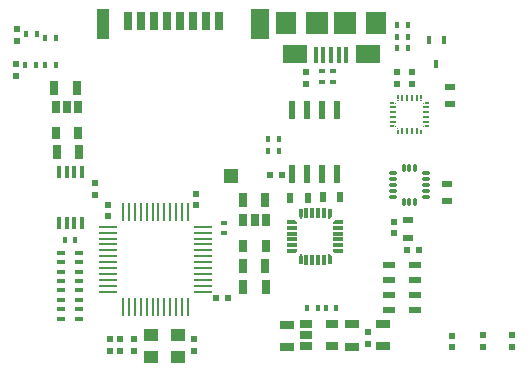
<source format=gbr>
G04 #@! TF.FileFunction,Paste,Bot*
%FSLAX46Y46*%
G04 Gerber Fmt 4.6, Leading zero omitted, Abs format (unit mm)*
G04 Created by KiCad (PCBNEW 4.0.7-e2-6376~58~ubuntu16.04.1) date Mon Mar 12 00:56:02 2018*
%MOMM*%
%LPD*%
G01*
G04 APERTURE LIST*
%ADD10C,0.100000*%
%ADD11R,0.650000X1.060000*%
%ADD12R,0.400000X1.100000*%
%ADD13R,0.450000X0.700000*%
%ADD14R,0.700000X1.300000*%
%ADD15R,0.600000X1.550000*%
%ADD16R,0.300000X0.700000*%
%ADD17R,0.300000X0.850000*%
%ADD18R,0.700000X0.300000*%
%ADD19R,0.850000X0.300000*%
%ADD20R,0.150000X0.300000*%
%ADD21R,0.300000X0.150000*%
%ADD22R,1.060000X0.650000*%
%ADD23R,0.760000X0.430000*%
%ADD24R,1.300000X0.700000*%
%ADD25R,1.100000X0.600000*%
%ADD26R,0.400000X0.200000*%
%ADD27R,0.500000X0.200000*%
%ADD28R,0.200000X0.400000*%
%ADD29R,0.200000X0.500000*%
%ADD30R,0.300000X0.100000*%
%ADD31R,0.100000X0.300000*%
%ADD32O,0.750000X0.280000*%
%ADD33O,0.750000X0.300000*%
%ADD34O,0.280000X0.750000*%
%ADD35R,1.900000X1.900000*%
%ADD36R,1.800000X1.900000*%
%ADD37R,2.100000X1.600000*%
%ADD38R,0.400000X1.350000*%
%ADD39R,1.300000X1.050000*%
%ADD40R,0.701040X1.501140*%
%ADD41R,1.501140X2.600960*%
%ADD42R,1.000760X2.600960*%
%ADD43R,1.198880X1.198880*%
%ADD44O,0.250000X1.550000*%
%ADD45O,1.550000X0.250000*%
%ADD46R,0.600000X0.500000*%
%ADD47R,0.600000X0.900000*%
%ADD48R,0.500000X0.600000*%
%ADD49R,0.900000X0.600000*%
%ADD50R,0.550000X0.500000*%
%ADD51R,0.400000X0.600000*%
%ADD52R,0.400000X0.550000*%
%ADD53R,0.600000X0.400000*%
G04 APERTURE END LIST*
D10*
D11*
X28750000Y-28700000D03*
X29700000Y-28700000D03*
X30650000Y-28700000D03*
X30650000Y-30900000D03*
X28750000Y-30900000D03*
D12*
X30975000Y-38472000D03*
X30325000Y-38472000D03*
X29675000Y-38472000D03*
X29025000Y-38472000D03*
X29025000Y-34172000D03*
X29675000Y-34172000D03*
X30325000Y-34172000D03*
X30975000Y-34172000D03*
D13*
X60325000Y-23000000D03*
X61625000Y-23000000D03*
X60975000Y-25000000D03*
D11*
X44650000Y-38241300D03*
X45600000Y-38241300D03*
X46550000Y-38241300D03*
X46550000Y-40441300D03*
X44650000Y-40441300D03*
D14*
X44650000Y-43891300D03*
X46550000Y-43891300D03*
D15*
X48795000Y-28900000D03*
X50065000Y-28900000D03*
X51335000Y-28900000D03*
X52605000Y-28900000D03*
X52605000Y-34300000D03*
X51335000Y-34300000D03*
X50065000Y-34300000D03*
X48795000Y-34300000D03*
D16*
X49476622Y-37605036D03*
D17*
X49976622Y-37680036D03*
X50476622Y-37680036D03*
X50976622Y-37680036D03*
X51476622Y-37680036D03*
D16*
X51976622Y-37605036D03*
D18*
X52751622Y-38380036D03*
D19*
X52676622Y-38880036D03*
X52676622Y-39380036D03*
X52676622Y-39880036D03*
X52676622Y-40380036D03*
D18*
X52751622Y-40880036D03*
D16*
X51976622Y-41655036D03*
D17*
X51476622Y-41580036D03*
X50976622Y-41580036D03*
X50476622Y-41580036D03*
X49976622Y-41580036D03*
D16*
X49476622Y-41655036D03*
D18*
X48701622Y-40880036D03*
D19*
X48776622Y-40380036D03*
X48776622Y-39880036D03*
X48776622Y-39380036D03*
X48776622Y-38880036D03*
D18*
X48701622Y-38380036D03*
D20*
X49551622Y-37955036D03*
D10*
G36*
X49476122Y-38105036D02*
X49327122Y-37955036D01*
X49626122Y-37955036D01*
X49477122Y-38105036D01*
X49476122Y-38105036D01*
X49476122Y-38105036D01*
G37*
G36*
X51976122Y-38105036D02*
X51827122Y-37955036D01*
X52126122Y-37955036D01*
X51977122Y-38105036D01*
X51976122Y-38105036D01*
X51976122Y-38105036D01*
G37*
D20*
X51901622Y-37955036D03*
D10*
G36*
X52251622Y-38379536D02*
X52401622Y-38230536D01*
X52401622Y-38529536D01*
X52251622Y-38380536D01*
X52251622Y-38379536D01*
X52251622Y-38379536D01*
G37*
D21*
X52401622Y-38455036D03*
D10*
G36*
X51977122Y-41155036D02*
X52126122Y-41305036D01*
X51827122Y-41305036D01*
X51976122Y-41155036D01*
X51977122Y-41155036D01*
X51977122Y-41155036D01*
G37*
D20*
X51901622Y-41305036D03*
D10*
G36*
X49201622Y-40880536D02*
X49051622Y-41029536D01*
X49051622Y-40730536D01*
X49201622Y-40879536D01*
X49201622Y-40880536D01*
X49201622Y-40880536D01*
G37*
D21*
X49051622Y-40806244D03*
D10*
G36*
X49477122Y-41155036D02*
X49626122Y-41305036D01*
X49327122Y-41305036D01*
X49476122Y-41155036D01*
X49477122Y-41155036D01*
X49477122Y-41155036D01*
G37*
D20*
X49551622Y-41305036D03*
D10*
G36*
X52251622Y-40879536D02*
X52401622Y-40730536D01*
X52401622Y-41029536D01*
X52251622Y-40880536D01*
X52251622Y-40879536D01*
X52251622Y-40879536D01*
G37*
D21*
X52401622Y-40805036D03*
X49051622Y-38455036D03*
D10*
G36*
X49201622Y-38380536D02*
X49051622Y-38529536D01*
X49051622Y-38230536D01*
X49201622Y-38379536D01*
X49201622Y-38380536D01*
X49201622Y-38380536D01*
G37*
D22*
X49950000Y-48900000D03*
X49950000Y-47950000D03*
X49950000Y-47000000D03*
X52150000Y-47000000D03*
X52150000Y-48900000D03*
D23*
X29180000Y-44200000D03*
X30700000Y-44200000D03*
X29180000Y-43400000D03*
X30700000Y-43400000D03*
X29180000Y-45000000D03*
X29180000Y-42600000D03*
X30700000Y-42600000D03*
X30700000Y-45000000D03*
X29180000Y-41800000D03*
X29180000Y-41000000D03*
X29180000Y-46600000D03*
X29180000Y-45800000D03*
X30700000Y-45800000D03*
X30700000Y-46600000D03*
X30700000Y-41000000D03*
X30700000Y-41800000D03*
D24*
X56450000Y-48900000D03*
X56450000Y-47000000D03*
D25*
X59200000Y-42075000D03*
X59200000Y-43325000D03*
X59200000Y-44575000D03*
X57000000Y-44575000D03*
X57000000Y-43325000D03*
X57000000Y-42075000D03*
X59200000Y-45825000D03*
X57000000Y-45825000D03*
D26*
X57250000Y-30300000D03*
D27*
X57300000Y-29900000D03*
X57300000Y-29500000D03*
X57300000Y-29100000D03*
X57300000Y-28700000D03*
D26*
X57250000Y-28300000D03*
D28*
X57700000Y-27850000D03*
D29*
X58100000Y-27900000D03*
X58500000Y-27900000D03*
X58900000Y-27900000D03*
X59300000Y-27900000D03*
D28*
X59700000Y-27850000D03*
D26*
X60150000Y-28300000D03*
D27*
X60100000Y-28700000D03*
X60100000Y-29100000D03*
X60100000Y-29500000D03*
X60100000Y-29900000D03*
D26*
X60150000Y-30300000D03*
D28*
X59700000Y-30750000D03*
D29*
X59300000Y-30700000D03*
X58900000Y-30700000D03*
X58500000Y-30700000D03*
X58100000Y-30700000D03*
D28*
X57700000Y-30750000D03*
D10*
G36*
X57450000Y-30399500D02*
X57450000Y-30200500D01*
X57550000Y-30299500D01*
X57550000Y-30300500D01*
X57450000Y-30399500D01*
X57450000Y-30399500D01*
G37*
G36*
X57799500Y-30550000D02*
X57600500Y-30550000D01*
X57699500Y-30450000D01*
X57700500Y-30450000D01*
X57799500Y-30550000D01*
X57799500Y-30550000D01*
G37*
G36*
X59799500Y-30550000D02*
X59600500Y-30550000D01*
X59699500Y-30450000D01*
X59700500Y-30450000D01*
X59799500Y-30550000D01*
X59799500Y-30550000D01*
G37*
G36*
X59950000Y-30200500D02*
X59950000Y-30399500D01*
X59850000Y-30300500D01*
X59850000Y-30299500D01*
X59950000Y-30200500D01*
X59950000Y-30200500D01*
G37*
G36*
X59950000Y-28200500D02*
X59950000Y-28399500D01*
X59850000Y-28300500D01*
X59850000Y-28299500D01*
X59950000Y-28200500D01*
X59950000Y-28200500D01*
G37*
G36*
X59600500Y-28050000D02*
X59799500Y-28050000D01*
X59700500Y-28150000D01*
X59699500Y-28150000D01*
X59600500Y-28050000D01*
X59600500Y-28050000D01*
G37*
G36*
X57600500Y-28050000D02*
X57799500Y-28050000D01*
X57700500Y-28150000D01*
X57699500Y-28150000D01*
X57600500Y-28050000D01*
X57600500Y-28050000D01*
G37*
G36*
X57450000Y-28399500D02*
X57450000Y-28200500D01*
X57550000Y-28299500D01*
X57550000Y-28300500D01*
X57450000Y-28399500D01*
X57450000Y-28399500D01*
G37*
D30*
X57400000Y-30250000D03*
D31*
X57750000Y-30600000D03*
X59650000Y-30600000D03*
D30*
X60000000Y-30250000D03*
X60000000Y-28350000D03*
D31*
X59650000Y-28000000D03*
X57750000Y-28000000D03*
D30*
X57400000Y-28350000D03*
D32*
X60125000Y-36250000D03*
X57275000Y-34250000D03*
X57275000Y-36250000D03*
X57275000Y-35750000D03*
D33*
X57275000Y-35250000D03*
D32*
X57275000Y-34750000D03*
D34*
X58200000Y-33825000D03*
X58700000Y-33825000D03*
X59200000Y-33825000D03*
D32*
X60125000Y-34250000D03*
X60125000Y-34750000D03*
X60125000Y-35250000D03*
X60125000Y-35750000D03*
D34*
X59200000Y-36675000D03*
X58700000Y-36675000D03*
X58200000Y-36675000D03*
D35*
X50870000Y-21590000D03*
X53270000Y-21590000D03*
D36*
X55870000Y-21590000D03*
X48270000Y-21590000D03*
D37*
X55170000Y-24140000D03*
X48970000Y-24140000D03*
D38*
X50770000Y-24265000D03*
X51420000Y-24265000D03*
X52070000Y-24265000D03*
X52720000Y-24265000D03*
X53370000Y-24265000D03*
D32*
X60125000Y-36250000D03*
X57275000Y-34250000D03*
X57275000Y-36250000D03*
X57275000Y-35750000D03*
D33*
X57275000Y-35250000D03*
D32*
X57275000Y-34750000D03*
D34*
X58200000Y-33825000D03*
X58700000Y-33825000D03*
X59200000Y-33825000D03*
D32*
X60125000Y-34250000D03*
X60125000Y-34750000D03*
X60125000Y-35250000D03*
X60125000Y-35750000D03*
D34*
X59200000Y-36675000D03*
X58700000Y-36675000D03*
X58200000Y-36675000D03*
D39*
X39100000Y-49825000D03*
X36800000Y-47975000D03*
X39100000Y-47975000D03*
X36800000Y-49825000D03*
D40*
X42549460Y-21399340D03*
X41449640Y-21399340D03*
X40349820Y-21399340D03*
X39250000Y-21399340D03*
X38150180Y-21399340D03*
X37047820Y-21399340D03*
X35948000Y-21399340D03*
X34848180Y-21399340D03*
D41*
X46049580Y-21600000D03*
D42*
X32750140Y-21600000D03*
D43*
X43550220Y-34500660D03*
D44*
X39950000Y-45575000D03*
X39450000Y-45575000D03*
X38950000Y-45575000D03*
X38450000Y-45575000D03*
X37950000Y-45575000D03*
X37450000Y-45575000D03*
X36950000Y-45575000D03*
X36450000Y-45575000D03*
X35950000Y-45575000D03*
X35450000Y-45575000D03*
X34950000Y-45575000D03*
X34450000Y-45575000D03*
D45*
X33175000Y-44300000D03*
X33175000Y-43800000D03*
X33175000Y-43300000D03*
X33175000Y-42800000D03*
X33175000Y-42300000D03*
X33175000Y-41800000D03*
X33175000Y-41300000D03*
X33175000Y-40800000D03*
X33175000Y-40300000D03*
X33175000Y-39800000D03*
X33175000Y-39300000D03*
X33175000Y-38800000D03*
D44*
X34450000Y-37525000D03*
X34950000Y-37525000D03*
X35450000Y-37525000D03*
X35950000Y-37525000D03*
X36450000Y-37525000D03*
X36950000Y-37525000D03*
X37450000Y-37525000D03*
X37950000Y-37525000D03*
X38450000Y-37525000D03*
X38950000Y-37525000D03*
X39450000Y-37525000D03*
X39950000Y-37525000D03*
D45*
X41225000Y-38800000D03*
X41225000Y-39300000D03*
X41225000Y-39800000D03*
X41225000Y-40300000D03*
X41225000Y-40800000D03*
X41225000Y-41300000D03*
X41225000Y-41800000D03*
X41225000Y-42300000D03*
X41225000Y-42800000D03*
X41225000Y-43300000D03*
X41225000Y-43800000D03*
X41225000Y-44300000D03*
D24*
X48300000Y-49000000D03*
X48300000Y-47100000D03*
D14*
X44600000Y-36541300D03*
X46500000Y-36541300D03*
X28620000Y-27020000D03*
X30520000Y-27020000D03*
D46*
X55175000Y-48700000D03*
X55175000Y-47700000D03*
D24*
X53850000Y-48950000D03*
X53850000Y-47050000D03*
D14*
X44600000Y-42141300D03*
X46500000Y-42141300D03*
X28830000Y-32510000D03*
X30730000Y-32510000D03*
D47*
X48576622Y-36330036D03*
X50076622Y-36330036D03*
D48*
X47900000Y-34400000D03*
X46900000Y-34400000D03*
D47*
X51350000Y-36300000D03*
X52850000Y-36300000D03*
D46*
X49950000Y-25700000D03*
X49950000Y-26700000D03*
X25400000Y-26000000D03*
X25400000Y-25000000D03*
X25450000Y-23050000D03*
X25450000Y-22050000D03*
X33350000Y-49350000D03*
X33350000Y-48350000D03*
X33160000Y-36930000D03*
X33160000Y-37930000D03*
X40600000Y-36000000D03*
X40600000Y-37000000D03*
D48*
X43350000Y-44800000D03*
X42350000Y-44800000D03*
X59500000Y-40800000D03*
X58500000Y-40800000D03*
D46*
X34200000Y-49350000D03*
X34200000Y-48350000D03*
D49*
X58600000Y-38250000D03*
X58600000Y-39750000D03*
D46*
X57404000Y-38362000D03*
X57404000Y-39362000D03*
X40450000Y-48350000D03*
X40450000Y-49350000D03*
X35400000Y-49350000D03*
X35400000Y-48350000D03*
D49*
X61900000Y-36650000D03*
X61900000Y-35150000D03*
D50*
X32050000Y-35100000D03*
D46*
X32050000Y-36100000D03*
D49*
X62125000Y-28436000D03*
X62125000Y-26936000D03*
D46*
X57658000Y-26700000D03*
X57658000Y-25700000D03*
X58928000Y-25700000D03*
X58928000Y-26700000D03*
X64900000Y-48950000D03*
X64900000Y-47950000D03*
X62300000Y-49025000D03*
X62300000Y-48025000D03*
X67425000Y-48950000D03*
X67425000Y-47950000D03*
D51*
X51619962Y-45691318D03*
X52519962Y-45691318D03*
X50944962Y-45691318D03*
X50044962Y-45691318D03*
X57650000Y-21692000D03*
X58550000Y-21692000D03*
D52*
X27090000Y-25090000D03*
X26190000Y-25090000D03*
X27150000Y-22525000D03*
X26250000Y-22525000D03*
D53*
X51300000Y-25650000D03*
X51300000Y-26550000D03*
X52250000Y-25650000D03*
X52250000Y-26550000D03*
D51*
X27840000Y-25150000D03*
X28740000Y-25150000D03*
X27850000Y-22800000D03*
X28750000Y-22800000D03*
X46750000Y-32400000D03*
X47650000Y-32400000D03*
X46750000Y-31400000D03*
X47650000Y-31400000D03*
D53*
X43000000Y-39350000D03*
X43000000Y-38450000D03*
D51*
X57650000Y-23680642D03*
X58550000Y-23680642D03*
X58550000Y-22730642D03*
X57650000Y-22730642D03*
X29522000Y-39900000D03*
X30422000Y-39900000D03*
M02*

</source>
